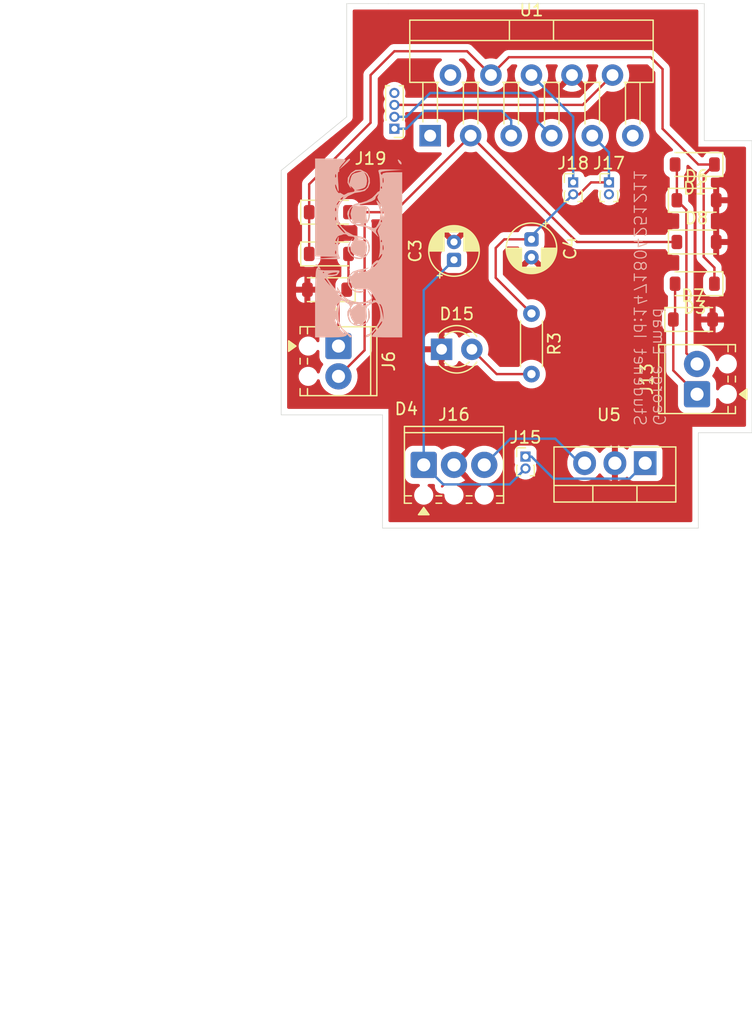
<source format=kicad_pcb>
(kicad_pcb (version 20241229) (generator "pcbnew") (generator_version "9.0")
  (layers (0 "F.Cu" signal) (2 "B.Cu" signal) (13 "F.Paste" user) (15 "B.Paste" user) (5 "F.SilkS" user "F.Silkscreen") (7 "B.SilkS" user "B.Silkscreen") (1 "F.Mask" user) (3 "B.Mask" user) (25 "Edge.Cuts" user))
  (net 0 "")
  (net 1 "GND")
  (net 2 "Net-(J15-Pin_2)")
  (net 3 "5V")
  (net 4 "Net-(D1-A)")
  (net 5 "PWR_INPUT")
  (net 6 "Net-(D3-A)")
  (net 7 "Net-(D4-A)")
  (net 8 "Net-(D5-A)")
  (net 9 "Net-(D15-A)")
  (net 10 "Net-(J15-Pin_1)")
  (net 11 "Net-(J17-Pin_2)")
  (net 12 "Net-(J18-Pin_1)")
  (net 13 "Net-(J19-Pin_2)")
  (net 14 "Net-(J19-Pin_3)")
  (net 15 "Net-(J19-Pin_4)")
  (net 16 "Net-(J19-Pin_1)")
  (footprint "Diode_SMD:D_SOD-123" (layer "F.Cu") (at 209.2 71 180)
    (property "Reference" "D3" (at 0 -2 0) (layer "F.SilkS"))
    (property "Value" "BAV16W")
    (pad "1" smd roundrect (at -1.65 0 180) (size 0.9 1.2) (layers "F.Cu" "F.Mask" "F.Paste") (net 5 "PWR_INPUT"))
    (pad "2" smd roundrect (at 1.65 0 180) (size 0.9 1.2) (layers "F.Cu" "F.Mask" "F.Paste") (net 6 "Net-(D3-A)"))
  )
  (footprint "Capacitor_THT:CP_Radial_D4.0mm_P1.50mm" (layer "F.Cu") (at 195.5 67.277401 -90)
    (property "Reference" "C4" (at 0.75 -3.25 90) (layer "F.SilkS"))
    (property "Value" "C_Polarized_Small")
    (pad "1" thru_hole roundrect (at 0 0 270) (size 1.2 1.2) (drill 0.6) (layers "*.Cu" "*.Mask") (roundrect_rratio 0.208333) (net 3 "5V"))
    (pad "2" thru_hole circle (at 1.5 0 270) (size 1.2 1.2) (drill 0.6) (layers "*.Cu" "*.Mask") (net 1 "GND"))
  )
  (footprint "Connector_PinHeader_1.00mm:PinHeader_1x02_P1.00mm_Vertical" (layer "F.Cu") (at 195 85.5)
    (property "Reference" "J15" (at 0 -1.61 0) (layer "F.SilkS"))
    (property "Value" "Conn_01x02_Pin" (hide yes))
    (pad "1" thru_hole rect (at 0 0) (size 0.85 0.85) (drill 0.5) (layers "*.Cu" "*.Mask") (net 10 "Net-(J15-Pin_1)"))
    (pad "2" thru_hole circle (at 0 1) (size 0.85 0.85) (drill 0.5) (layers "*.Cu" "*.Mask") (net 2 "Net-(J15-Pin_2)"))
  )
  (footprint "LED_THT:LED_D3.0mm" (layer "F.Cu") (at 187.96 76.5)
    (property "Reference" "D15" (at 1.27 -2.96 0) (layer "F.SilkS"))
    (property "Value" "LED")
    (pad "1" thru_hole rect (at 0 0) (size 1.8 1.8) (drill 0.9) (layers "*.Cu" "*.Mask") (net 1 "GND"))
    (pad "2" thru_hole circle (at 2.54 0) (size 1.8 1.8) (drill 0.9) (layers "*.Cu" "*.Mask") (net 9 "Net-(D15-A)"))
  )
  (footprint "Diode_SMD:D_SOD-123" (layer "F.Cu") (at 178.5 65)
    (property "Reference" "D4" (at 6.5 16.5 0) (layer "F.SilkS"))
    (property "Value" "BAV16W" (hide yes))
    (pad "1" smd roundrect (at -1.65 0) (size 0.9 1.2) (layers "F.Cu" "F.Mask" "F.Paste") (net 5 "PWR_INPUT"))
    (pad "2" smd roundrect (at 1.65 0) (size 0.9 1.2) (layers "F.Cu" "F.Mask" "F.Paste") (net 7 "Net-(D4-A)"))
  )
  (footprint "Diode_SMD:D_SOD-123" (layer "F.Cu") (at 209.35 64)
    (property "Reference" "D6" (at 0 -2 0) (layer "F.SilkS"))
    (property "Value" "BAV16W")
    (pad "1" smd roundrect (at -1.65 0) (size 0.9 1.2) (layers "F.Cu" "F.Mask" "F.Paste") (net 4 "Net-(D1-A)"))
    (pad "2" smd roundrect (at 1.65 0) (size 0.9 1.2) (layers "F.Cu" "F.Mask" "F.Paste") (net 1 "GND"))
  )
  (footprint "Connector_PinHeader_1.00mm:PinHeader_1x02_P1.00mm_Vertical" (layer "F.Cu") (at 202 62.5)
    (property "Reference" "J17" (at 0 -1.61 0) (layer "F.SilkS"))
    (property "Value" "Conn_01x02_Pin" (hide yes))
    (pad "1" thru_hole rect (at 0 0) (size 0.85 0.85) (drill 0.5) (layers "*.Cu" "*.Mask") (net 3 "5V"))
    (pad "2" thru_hole circle (at 0 1) (size 0.85 0.85) (drill 0.5) (layers "*.Cu" "*.Mask") (net 11 "Net-(J17-Pin_2)"))
  )
  (footprint "TerminalBlock_Phoenix:TerminalBlock_Phoenix_MPT-0,5-2-2.54_1x02_P2.54mm_Horizontal" (layer "F.Cu") (at 179.3075 76.23 -90)
    (property "Reference" "J6" (at 1.27 -4.22 90) (layer "F.SilkS"))
    (property "Value" "Screw_Terminal_01x02")
    (pad "" np_thru_hole circle (at 0 2.54 270) (size 1.1 1.1) (drill 1.1) (layers "*.Cu" "*.Mask"))
    (pad "" np_thru_hole circle (at 2.54 2.54 270) (size 1.1 1.1) (drill 1.1) (layers "*.Cu" "*.Mask"))
    (pad "1" thru_hole roundrect (at 0 0 270) (size 2.2 2.2) (drill 1.1) (layers "*.Cu" "*.Mask") (roundrect_rratio 0.113636) (net 8 "Net-(D5-A)"))
    (pad "2" thru_hole circle (at 2.54 0 270) (size 2.2 2.2) (drill 1.1) (layers "*.Cu" "*.Mask") (net 7 "Net-(D4-A)"))
  )
  (footprint "Diode_SMD:D_SOD-123" (layer "F.Cu") (at 178.35 71.5 180)
    (property "Reference" "D9" (at 0 -2 0) (layer "F.SilkS"))
    (property "Value" "BAV16W" (hide yes))
    (pad "1" smd roundrect (at -1.65 0 180) (size 0.9 1.2) (layers "F.Cu" "F.Mask" "F.Paste") (net 8 "Net-(D5-A)"))
    (pad "2" smd roundrect (at 1.65 0 180) (size 0.9 1.2) (layers "F.Cu" "F.Mask" "F.Paste") (net 1 "GND"))
  )
  (footprint "Diode_SMD:D_SOD-123" (layer "F.Cu") (at 209.2 61 180)
    (property "Reference" "D1" (at 0 -2 0) (layer "F.SilkS"))
    (property "Value" "BAV16W" (hide yes))
    (pad "1" smd roundrect (at -1.65 0 180) (size 0.9 1.2) (layers "F.Cu" "F.Mask" "F.Paste") (net 5 "PWR_INPUT"))
    (pad "2" smd roundrect (at 1.65 0 180) (size 0.9 1.2) (layers "F.Cu" "F.Mask" "F.Paste") (net 4 "Net-(D1-A)"))
  )
  (footprint "Diode_SMD:D_SOD-123" (layer "F.Cu") (at 209.05 74)
    (property "Reference" "D7" (at 0 -2 0) (layer "F.SilkS"))
    (property "Value" "BAV16W" (hide yes))
    (pad "1" smd roundrect (at -1.65 0) (size 0.9 1.2) (layers "F.Cu" "F.Mask" "F.Paste") (net 6 "Net-(D3-A)"))
    (pad "2" smd roundrect (at 1.65 0) (size 0.9 1.2) (layers "F.Cu" "F.Mask" "F.Paste") (net 1 "GND"))
  )
  (footprint "Capacitor_THT:CP_Radial_D4.0mm_P1.50mm" (layer "F.Cu") (at 189 69 90)
    (property "Reference" "C3" (at 0.75 -3.25 90) (layer "F.SilkS"))
    (property "Value" "C_Polarized_Small")
    (pad "1" thru_hole roundrect (at 0 0 90) (size 1.2 1.2) (drill 0.6) (layers "*.Cu" "*.Mask") (roundrect_rratio 0.208333) (net 2 "Net-(J15-Pin_2)"))
    (pad "2" thru_hole circle (at 1.5 0 90) (size 1.2 1.2) (drill 0.6) (layers "*.Cu" "*.Mask") (net 1 "GND"))
  )
  (footprint "TerminalBlock_Phoenix:TerminalBlock_Phoenix_MPT-0,5-3-2.54_1x03_P2.54mm_Horizontal" (layer "F.Cu") (at 186.46 86.1925)
    (property "Reference" "J16" (at 2.54 -4.22 0) (layer "F.SilkS"))
    (property "Value" "Screw_Terminal_01x03" (hide yes))
    (pad "" np_thru_hole circle (at 0 2.54) (size 1.1 1.1) (drill 1.1) (layers "*.Cu" "*.Mask"))
    (pad "" np_thru_hole circle (at 2.54 2.54) (size 1.1 1.1) (drill 1.1) (layers "*.Cu" "*.Mask"))
    (pad "" np_thru_hole circle (at 5.08 2.54) (size 1.1 1.1) (drill 1.1) (layers "*.Cu" "*.Mask"))
    (pad "1" thru_hole roundrect (at 0 0) (size 2.2 2.2) (drill 1.1) (layers "*.Cu" "*.Mask") (roundrect_rratio 0.113636) (net 2 "Net-(J15-Pin_2)"))
    (pad "2" thru_hole circle (at 2.54 0) (size 2.2 2.2) (drill 1.1) (layers "*.Cu" "*.Mask") (net 1 "GND"))
    (pad "3" thru_hole circle (at 5.08 0) (size 2.2 2.2) (drill 1.1) (layers "*.Cu" "*.Mask") (net 3 "5V"))
  )
  (footprint "TerminalBlock_Phoenix:TerminalBlock_Phoenix_MPT-0,5-2-2.54_1x02_P2.54mm_Horizontal" (layer "F.Cu") (at 209.3925 80.27 90)
    (property "Reference" "J13" (at 1.27 -4.22 90) (layer "F.SilkS"))
    (property "Value" "Screw_Terminal_01x02" (hide yes))
    (pad "" np_thru_hole circle (at 0 2.54 90) (size 1.1 1.1) (drill 1.1) (layers "*.Cu" "*.Mask"))
    (pad "" np_thru_hole circle (at 2.54 2.54 90) (size 1.1 1.1) (drill 1.1) (layers "*.Cu" "*.Mask"))
    (pad "1" thru_hole roundrect (at 0 0 90) (size 2.2 2.2) (drill 1.1) (layers "*.Cu" "*.Mask") (roundrect_rratio 0.113636) (net 6 "Net-(D3-A)"))
    (pad "2" thru_hole circle (at 2.54 0 90) (size 2.2 2.2) (drill 1.1) (layers "*.Cu" "*.Mask") (net 4 "Net-(D1-A)"))
  )
  (footprint "Diode_SMD:D_SOD-123" (layer "F.Cu") (at 209.35 67.5)
    (property "Reference" "D8" (at 0 -2 0) (layer "F.SilkS"))
    (property "Value" "BAV16W")
    (pad "1" smd roundrect (at -1.65 0) (size 0.9 1.2) (layers "F.Cu" "F.Mask" "F.Paste") (net 7 "Net-(D4-A)"))
    (pad "2" smd roundrect (at 1.65 0) (size 0.9 1.2) (layers "F.Cu" "F.Mask" "F.Paste") (net 1 "GND"))
  )
  (footprint "Diode_SMD:D_SOD-123" (layer "F.Cu") (at 178.5 68.5)
    (property "Reference" "D5" (at 0 -2 0) (layer "F.SilkS"))
    (property "Value" "BAV16W" (hide yes))
    (pad "1" smd roundrect (at -1.65 0) (size 0.9 1.2) (layers "F.Cu" "F.Mask" "F.Paste") (net 5 "PWR_INPUT"))
    (pad "2" smd roundrect (at 1.65 0) (size 0.9 1.2) (layers "F.Cu" "F.Mask" "F.Paste") (net 8 "Net-(D5-A)"))
  )
  (footprint "Connector_PinHeader_1.00mm:PinHeader_1x04_P1.00mm_Vertical" (layer "F.Cu") (at 184 58 180)
    (property "Reference" "J19" (at 2 -2.5 0) (layer "F.SilkS"))
    (property "Value" "Conn_01x04_Pin" (hide yes))
    (pad "1" thru_hole rect (at 0 0 180) (size 0.85 0.85) (drill 0.5) (layers "*.Cu" "*.Mask") (net 16 "Net-(J19-Pin_1)"))
    (pad "2" thru_hole circle (at 0 1 180) (size 0.85 0.85) (drill 0.5) (layers "*.Cu" "*.Mask") (net 13 "Net-(J19-Pin_2)"))
    (pad "3" thru_hole circle (at 0 2 180) (size 0.85 0.85) (drill 0.5) (layers "*.Cu" "*.Mask") (net 14 "Net-(J19-Pin_3)"))
    (pad "4" thru_hole circle (at 0 3 180) (size 0.85 0.85) (drill 0.5) (layers "*.Cu" "*.Mask") (net 15 "Net-(J19-Pin_4)"))
  )
  (footprint "Connector_PinHeader_1.00mm:PinHeader_1x02_P1.00mm_Vertical" (layer "F.Cu") (at 199 62.5)
    (property "Reference" "J18" (at 0 -1.61 0) (layer "F.SilkS"))
    (property "Value" "Conn_01x02_Pin" (hide yes))
    (pad "1" thru_hole rect (at 0 0) (size 0.85 0.85) (drill 0.5) (layers "*.Cu" "*.Mask") (net 12 "Net-(J18-Pin_1)"))
    (pad "2" thru_hole circle (at 0 1) (size 0.85 0.85) (drill 0.5) (layers "*.Cu" "*.Mask") (net 3 "5V"))
  )
  (footprint "Package_TO_SOT_THT:TO-220-11_P3.4x5.08mm_StaggerOdd_Lead4.58mm_Vertical" (layer "F.Cu") (at 187 58.58)
    (property "Reference" "U1" (at 8.5 -10.53 0) (layer "F.SilkS"))
    (property "Value" "L298HN")
    (pad "1" thru_hole rect (at 0 0) (size 1.8 1.8) (drill 1) (layers "*.Cu" "*.Mask"))
    (pad "2" thru_hole circle (at 1.7 -5.08) (size 1.8 1.8) (drill 1) (layers "*.Cu" "*.Mask") (net 8 "Net-(D5-A)"))
    (pad "3" thru_hole circle (at 3.4 0) (size 1.8 1.8) (drill 1) (layers "*.Cu" "*.Mask") (net 7 "Net-(D4-A)"))
    (pad "4" thru_hole circle (at 5.1 -5.08) (size 1.8 1.8) (drill 1) (layers "*.Cu" "*.Mask") (net 5 "PWR_INPUT"))
    (pad "5" thru_hole circle (at 6.8 0) (size 1.8 1.8) (drill 1) (layers "*.Cu" "*.Mask") (net 16 "Net-(J19-Pin_1)"))
    (pad "6" thru_hole circle (at 8.5 -5.08) (size 1.8 1.8) (drill 1) (layers "*.Cu" "*.Mask") (net 12 "Net-(J18-Pin_1)"))
    (pad "7" thru_hole circle (at 10.2 0) (size 1.8 1.8) (drill 1) (layers "*.Cu" "*.Mask") (net 13 "Net-(J19-Pin_2)"))
    (pad "8" thru_hole circle (at 11.9 -5.08) (size 1.8 1.8) (drill 1) (layers "*.Cu" "*.Mask") (net 1 "GND"))
    (pad "9" thru_hole circle (at 13.6 0) (size 1.8 1.8) (drill 1) (layers "*.Cu" "*.Mask") (net 3 "5V"))
    (pad "10" thru_hole circle (at 15.3 -5.08) (size 1.8 1.8) (drill 1) (layers "*.Cu" "*.Mask") (net 14 "Net-(J19-Pin_3)"))
    (pad "11" thru_hole circle (at 17 0) (size 1.8 1.8) (drill 1) (layers "*.Cu" "*.Mask") (net 11 "Net-(J17-Pin_2)"))
  )
  (footprint "Package_TO_SOT_THT:TO-220-3_Vertical" (layer "F.Cu") (at 205.04 86.05 180)
    (property "Reference" "U5" (at 3.04 4.05 180) (layer "F.SilkS"))
    (property "Value" "LM7805_TO220")
    (pad "1" thru_hole rect (at 0 0 180) (size 1.905 2) (drill 1.1) (layers "*.Cu" "*.Mask") (net 10 "Net-(J15-Pin_1)"))
    (pad "2" thru_hole oval (at 2.54 0 180) (size 1.905 2) (drill 1.1) (layers "*.Cu" "*.Mask") (net 1 "GND"))
    (pad "3" thru_hole oval (at 5.08 0 180) (size 1.905 2) (drill 1.1) (layers "*.Cu" "*.Mask") (net 3 "5V"))
  )
  (footprint "Resistor_THT:R_Axial_DIN0204_L3.6mm_D1.6mm_P5.08mm_Horizontal" (layer "F.Cu") (at 195.5 73.5 -90)
    (property "Reference" "R3" (at 2.54 -1.92 90) (layer "F.SilkS"))
    (property "Value" "R")
    (pad "1" thru_hole circle (at 0 0 270) (size 1.4 1.4) (drill 0.7) (layers "*.Cu" "*.Mask") (net 3 "5V"))
    (pad "2" thru_hole circle (at 5.08 0 270) (size 1.4 1.4) (drill 0.7) (layers "*.Cu" "*.Mask") (net 9 "Net-(D15-A)"))
  )
  (footprint "Cypod:cypod_footprint" (layer "B.Cu") (at 181 68 90)
    (property "Reference" "G***" (hide yes))
    (property "Value" "LOGO" (hide yes))
  )
  (gr_line (start 180 47.5) (end 180 57) (stroke (width 0.05)) (layer "Edge.Cuts"))
  (gr_line (start 180 57) (end 174.5 61.5) (stroke (width 0.05)) (layer "Edge.Cuts"))
  (gr_line (start 183 91.5) (end 209.5 91.5) (stroke (width 0.05)) (layer "Edge.Cuts"))
  (gr_line (start 210 47.5) (end 183.5 47.5) (stroke (width 0.05)) (layer "Edge.Cuts"))
  (gr_line (start 183 82) (end 183 91.5) (stroke (width 0.05)) (layer "Edge.Cuts"))
  (gr_line (start 210 59) (end 210 47.5) (stroke (width 0.05)) (layer "Edge.Cuts"))
  (gr_line (start 209.5 91.5) (end 209.5 83.5) (stroke (width 0.05)) (layer "Edge.Cuts"))
  (gr_line (start 174.5 82) (end 183 82) (stroke (width 0.05)) (layer "Edge.Cuts"))
  (gr_line (start 183.5 47.5) (end 180 47.5) (stroke (width 0.05)) (layer "Edge.Cuts"))
  (gr_line (start 214 83.5) (end 214 59) (stroke (width 0.05)) (layer "Edge.Cuts"))
  (gr_line (start 174.5 61.5) (end 174.5 82) (stroke (width 0.05)) (layer "Edge.Cuts"))
  (gr_line (start 214 59) (end 210 59) (stroke (width 0.05)) (layer "Edge.Cuts"))
  (gr_line (start 209.5 83.5) (end 214 83.5) (stroke (width 0.05)) (layer "Edge.Cuts"))
  (gr_text "George Emad\nStudenet Id:1471804251211" (at 204 83 270) (layer "B.SilkS") (effects (font (size 1 1) (thickness 0.1)) (justify left bottom mirror)))
  (segment (start 186.46 86.46) (end 186.46 86.1925) (width 0.2) (layer "F.Cu") (net 2))
  (segment (start 188.1685 87.8315) (end 188 88) (width 0.2) (layer "F.Cu") (net 2))
  (segment (start 189 69) (end 186.46 71.54) (width 0.2) (layer "B.Cu") (net 2))
  (segment (start 195 86.5) (end 193.6685 87.8315) (width 0.2) (layer "B.Cu") (net 2))
  (segment (start 186.46 71.54) (end 186.46 86.1925) (width 0.2) (layer "B.Cu") (net 2))
  (segment (start 188.099 87.8315) (end 186.46 86.1925) (width 0.2) (layer "B.Cu") (net 2))
  (segment (start 193.6685 87.8315) (end 188.099 87.8315) (width 0.2) (layer "B.Cu") (net 2))
  (segment (start 193.222599 67.277401) (end 195.5 67.277401) (width 0.2) (layer "F.Cu") (net 3))
  (segment (start 192.5 68) (end 193.222599 67.277401) (width 0.2) (layer "F.Cu") (net 3))
  (segment (start 199.5 63.5) (end 200.5 62.5) (width 0.2) (layer "F.Cu") (net 3))
  (segment (start 191.54 85.96) (end 191.54 86.1925) (width 0.2) (layer "F.Cu") (net 3))
  (segment (start 199 63.5) (end 199.5 63.5) (width 0.2) (layer "F.Cu") (net 3))
  (segment (start 192.5 70.5) (end 192.5 68) (width 0.2) (layer "F.Cu") (net 3))
  (segment (start 195.5 73.5) (end 192.5 70.5) (width 0.2) (layer "F.Cu") (net 3))
  (segment (start 200.5 62.5) (end 202 62.5) (width 0.2) (layer "F.Cu") (net 3))
  (segment (start 199.55 86.05) (end 199.96 86.05) (width 0.2) (layer "B.Cu") (net 3))
  (segment (start 199 63.5) (end 195.5 67) (width 0.2) (layer "B.Cu") (net 3))
  (segment (start 191.54 86.1925) (end 193.7325 84) (width 0.2) (layer "B.Cu") (net 3))
  (segment (start 195.5 67) (end 195.5 67.277401) (width 0.2) (layer "B.Cu") (net 3))
  (segment (start 202 59.98) (end 200.6 58.58) (width 0.2) (layer "B.Cu") (net 3))
  (segment (start 197.5 84) (end 199.55 86.05) (width 0.2) (layer "B.Cu") (net 3))
  (segment (start 193.7325 84) (end 197.5 84) (width 0.2) (layer "B.Cu") (net 3))
  (segment (start 202 62.5) (end 202 59.98) (width 0.2) (layer "B.Cu") (net 3))
  (segment (start 207.7 64) (end 207.7 61.15) (width 0.2) (layer "F.Cu") (net 4))
  (segment (start 209.3925 77.73) (end 208.5 76.8375) (width 0.2) (layer "F.Cu") (net 4))
  (segment (start 208.5 76.8375) (end 208.5 64.8) (width 0.2) (layer "F.Cu") (net 4))
  (segment (start 207.7 61.15) (end 207.55 61) (width 0.2) (layer "F.Cu") (net 4))
  (segment (start 208.5 64.8) (end 207.7 64) (width 0.2) (layer "F.Cu") (net 4))
  (segment (start 176.85 65) (end 176.85 68.5) (width 0.2) (layer "F.Cu") (net 5))
  (segment (start 176.85 62.65) (end 182 57.5) (width 0.2) (layer "F.Cu") (net 5))
  (segment (start 192.1 53.5) (end 193.6 52) (width 0.2) (layer "F.Cu") (net 5))
  (segment (start 190.1 51.5) (end 192.1 53.5) (width 0.2) (layer "F.Cu") (net 5))
  (segment (start 210.85 71) (end 210.85 69.65) (width 0.2) (layer "F.Cu") (net 5))
  (segment (start 206.5 58) (end 209.5 61) (width 0.2) (layer "F.Cu") (net 5))
  (segment (start 184 51.5) (end 190.1 51.5) (width 0.2) (layer "F.Cu") (net 5))
  (segment (start 210.85 61) (end 209.95 61.9) (width 0.2) (layer "F.Cu") (net 5))
  (segment (start 182 53.5) (end 184 51.5) (width 0.2) (layer "F.Cu") (net 5))
  (segment (start 210.85 69.65) (end 209.95 68.75) (width 0.2) (layer "F.Cu") (net 5))
  (segment (start 206.5 53) (end 206.5 58) (width 0.2) (layer "F.Cu") (net 5))
  (segment (start 182 57.5) (end 182 53.5) (width 0.2) (layer "F.Cu") (net 5))
  (segment (start 193.6 52) (end 205.5 52) (width 0.2) (layer "F.Cu") (net 5))
  (segment (start 176.85 65) (end 176.85 62.65) (width 0.2) (layer "F.Cu") (net 5))
  (segment (start 205.5 52) (end 206.5 53) (width 0.2) (layer "F.Cu") (net 5))
  (segment (start 209.5 61) (end 210.85 61) (width 0.2) (layer "F.Cu") (net 5))
  (segment (start 209.95 61.9) (end 209.95 68.75) (width 0.2) (layer "F.Cu") (net 5))
  (segment (start 207.4 78.2775) (end 207.4 74) (width 0.2) (layer "F.Cu") (net 6))
  (segment (start 207.55 73.85) (end 207.4 74) (width 0.2) (layer "F.Cu") (net 6))
  (segment (start 207.55 71) (end 207.55 73.85) (width 0.2) (layer "F.Cu") (net 6))
  (segment (start 209.3925 80.27) (end 207.4 78.2775) (width 0.2) (layer "F.Cu") (net 6))
  (segment (start 180.5 65) (end 180.15 65) (width 0.2) (layer "F.Cu") (net 7))
  (segment (start 179.3075 78.77) (end 181.5 76.5775) (width 0.2) (layer "F.Cu") (net 7))
  (segment (start 180.15 65) (end 183.98 65) (width 0.2) (layer "F.Cu") (net 7))
  (segment (start 199.32 67.5) (end 207.7 67.5) (width 0.2) (layer "F.Cu") (net 7))
  (segment (start 181.5 76.5775) (end 181.5 66) (width 0.2) (layer "F.Cu") (net 7))
  (segment (start 181.5 66) (end 180.5 65) (width 0.2) (layer "F.Cu") (net 7))
  (segment (start 180.15 65.2) (end 180.15 65) (width 0.2) (layer "F.Cu") (net 7))
  (segment (start 183.98 65) (end 190.4 58.58) (width 0.2) (layer "F.Cu") (net 7))
  (segment (start 190.4 58.58) (end 199.32 67.5) (width 0.2) (layer "F.Cu") (net 7))
  (segment (start 190.4 58.58) (end 190.58 58.58) (width 0.2) (layer "F.Cu") (net 7))
  (segment (start 180.15 71.35) (end 180 71.5) (width 0.2) (layer "F.Cu") (net 8))
  (segment (start 180.15 68.5) (end 180.15 71.35) (width 0.2) (layer "F.Cu") (net 8))
  (segment (start 179.3075 72.1925) (end 180 71.5) (width 0.2) (layer "F.Cu") (net 8))
  (segment (start 179.3075 76.23) (end 179.3075 72.1925) (width 0.2) (layer "F.Cu") (net 8))
  (segment (start 190.5 76.5) (end 192.58 78.58) (width 0.2) (layer "F.Cu") (net 9))
  (segment (start 192.58 78.58) (end 195.5 78.58) (width 0.2) (layer "F.Cu") (net 9))
  (segment (start 205.04 86.05) (end 204.95 86.05) (width 0.2) (layer "F.Cu") (net 10))
  (segment (start 203.739 87.351) (end 205.04 86.05) (width 0.2) (layer "B.Cu") (net 10))
  (segment (start 195 85.5) (end 195.5 85.5) (width 0.2) (layer "B.Cu") (net 10))
  (segment (start 197.351 87.351) (end 203.739 87.351) (width 0.2) (layer "B.Cu") (net 10))
  (segment (start 195.5 85.5) (end 197.351 87.351) (width 0.2) (layer "B.Cu") (net 10))
  (segment (start 199 62.5) (end 199 57) (width 0.2) (layer "B.Cu") (net 12))
  (segment (start 199 57) (end 195.5 53.5) (width 0.2) (layer "B.Cu") (net 12))
  (segment (start 196 57.38) (end 197.2 58.58) (width 0.2) (layer "B.Cu") (net 13))
  (segment (start 196 55.5) (end 196 57.38) (width 0.2) (layer "B.Cu") (net 13))
  (segment (start 184 57) (end 185 57) (width 0.2) (layer "B.Cu") (net 13))
  (segment (start 187 55) (end 195.5 55) (width 0.2) (layer "B.Cu") (net 13))
  (segment (start 185 57) (end 187 55) (width 0.2) (layer "B.Cu") (net 13))
  (segment (start 195.5 55) (end 196 55.5) (width 0.2) (layer "B.Cu") (net 13))
  (segment (start 202.3 53.5) (end 199.8 56) (width 0.2) (layer "F.Cu") (net 14))
  (segment (start 199.8 56) (end 184 56) (width 0.2) (layer "F.Cu") (net 14))
  (segment (start 193.8 57.3) (end 193.8 58.58) (width 0.2) (layer "B.Cu") (net 16))
  (segment (start 186.5 56.5) (end 193 56.5) (width 0.2) (layer "B.Cu") (net 16))
  (segment (start 193 56.5) (end 193.8 57.3) (width 0.2) (layer "B.Cu") (net 16))
  (segment (start 184 58) (end 185 58) (width 0.2) (layer "B.Cu") (net 16))
  (segment (start 185 58) (end 186.5 56.5) (width 0.2) (layer "B.Cu") (net 16))
  (zone (net 1) (net_name "GND") (layer "F.Cu") (connect_pads (clearance 0.5)) (min_thickness 0.25) (fill yes (thermal_gap 0.5) (thermal_bridge_width 0.5))
    (polygon (pts (xy 180.5 48) (xy 180.5 57) (xy 175 61.5) (xy 175 81.5) (xy 183.5 81.5) (xy 183.5 91) (xy 209 91) (xy 209 83) (xy 213.5 83) (xy 213.5 59.5) (xy 209.5 59.5) (xy 209.555 48)))
  )
)
</source>
